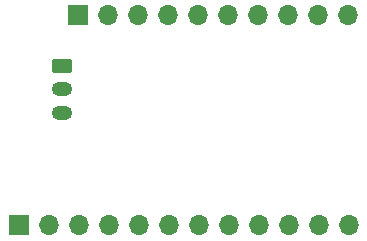
<source format=gbr>
%TF.GenerationSoftware,KiCad,Pcbnew,9.0.0*%
%TF.CreationDate,2025-04-10T19:53:04-06:00*%
%TF.ProjectId,WakeCircuit,57616b65-4369-4726-9375-69742e6b6963,rev?*%
%TF.SameCoordinates,Original*%
%TF.FileFunction,Soldermask,Bot*%
%TF.FilePolarity,Negative*%
%FSLAX46Y46*%
G04 Gerber Fmt 4.6, Leading zero omitted, Abs format (unit mm)*
G04 Created by KiCad (PCBNEW 9.0.0) date 2025-04-10 19:53:04*
%MOMM*%
%LPD*%
G01*
G04 APERTURE LIST*
G04 Aperture macros list*
%AMRoundRect*
0 Rectangle with rounded corners*
0 $1 Rounding radius*
0 $2 $3 $4 $5 $6 $7 $8 $9 X,Y pos of 4 corners*
0 Add a 4 corners polygon primitive as box body*
4,1,4,$2,$3,$4,$5,$6,$7,$8,$9,$2,$3,0*
0 Add four circle primitives for the rounded corners*
1,1,$1+$1,$2,$3*
1,1,$1+$1,$4,$5*
1,1,$1+$1,$6,$7*
1,1,$1+$1,$8,$9*
0 Add four rect primitives between the rounded corners*
20,1,$1+$1,$2,$3,$4,$5,0*
20,1,$1+$1,$4,$5,$6,$7,0*
20,1,$1+$1,$6,$7,$8,$9,0*
20,1,$1+$1,$8,$9,$2,$3,0*%
G04 Aperture macros list end*
%ADD10R,1.700000X1.700000*%
%ADD11O,1.700000X1.700000*%
%ADD12RoundRect,0.250000X-0.625000X0.350000X-0.625000X-0.350000X0.625000X-0.350000X0.625000X0.350000X0*%
%ADD13O,1.750000X1.200000*%
G04 APERTURE END LIST*
D10*
%TO.C,J2*%
X99600000Y-98475000D03*
D11*
X102140000Y-98475000D03*
X104680000Y-98475000D03*
X107220000Y-98475000D03*
X109760000Y-98475000D03*
X112300000Y-98475000D03*
X114840000Y-98475000D03*
X117380000Y-98475000D03*
X119920000Y-98475000D03*
X122460000Y-98475000D03*
%TD*%
D10*
%TO.C,J1*%
X94550000Y-116250000D03*
D11*
X97090000Y-116250000D03*
X99630000Y-116250000D03*
X102170000Y-116250000D03*
X104710000Y-116250000D03*
X107250000Y-116250000D03*
X109790000Y-116250000D03*
X112330000Y-116250000D03*
X114870000Y-116250000D03*
X117410000Y-116250000D03*
X119950000Y-116250000D03*
X122490000Y-116250000D03*
%TD*%
D12*
%TO.C,J4*%
X98200000Y-102750000D03*
D13*
X98200000Y-104750000D03*
X98200000Y-106750000D03*
%TD*%
M02*

</source>
